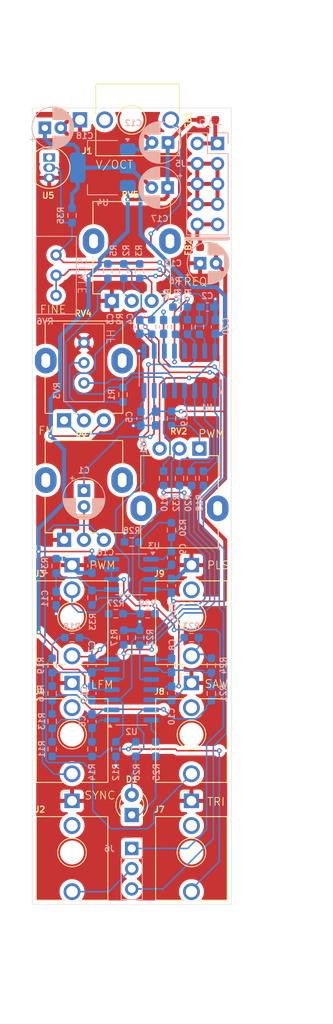
<source format=kicad_pcb>
(kicad_pcb (version 20240108) (generator "pcbnew") (generator_version "8.0")
  (layers (0 "F.Cu" signal) (31 "B.Cu" signal) (34 "B.Paste" user) (35 "F.Paste" user) (36 "B.SilkS" user "B.Silkscreen") (37 "F.SilkS" user "F.Silkscreen") (38 "B.Mask" user) (39 "F.Mask" user) (44 "Edge.Cuts" user))
  (net 0 "")
  (net 1 "Net-(C1-Pad2)")
  (net 2 "Net-(C1-Pad1)")
  (net 3 "GND")
  (net 4 "Net-(C2-Pad1)")
  (net 5 "Net-(U1-HARD_SYNC)")
  (net 6 "Net-(J6-Pin_1)")
  (net 7 "Net-(J6-Pin_3)")
  (net 8 "Net-(U1-SOFT_SYNC)")
  (net 9 "Net-(U1-TCAP)")
  (net 10 "Net-(U2A--)")
  (net 11 "Net-(C6-Pad2)")
  (net 12 "Net-(U2B--)")
  (net 13 "Net-(C7-Pad2)")
  (net 14 "Net-(C8-Pad2)")
  (net 15 "Net-(U2C--)")
  (net 16 "Net-(U3A--)")
  (net 17 "Net-(C9-Pad2)")
  (net 18 "-12V")
  (net 19 "Net-(U3B-+)")
  (net 20 "+12V")
  (net 21 "+5V")
  (net 22 "Net-(D1-AK)")
  (net 23 "Net-(D1-KA)")
  (net 24 "Net-(J5-Pin_1)")
  (net 25 "Net-(J5-Pin_10)")
  (net 26 "Net-(J1-PadT)")
  (net 28 "Net-(J6-Pin_2)")
  (net 30 "Net-(J3-PadTN)")
  (net 31 "Net-(J3-PadT)")
  (net 32 "Net-(J4-PadT)")
  (net 35 "Net-(J7-PadT)")
  (net 37 "Net-(J8-PadT)")
  (net 38 "Net-(J9-PadT)")
  (net 40 "Net-(R1-Pad2)")
  (net 41 "Net-(U1-EXPO_FREQ)")
  (net 42 "Net-(R2-Pad1)")
  (net 43 "Net-(U1-EXPO_SCALE)")
  (net 44 "Net-(R4-Pad1)")
  (net 45 "Net-(R5-Pad1)")
  (net 46 "Net-(U1-LIN_FREQ)")
  (net 47 "+2V5")
  (net 48 "Net-(U1-BW_COMP)")
  (net 49 "Net-(U1-TRI_OUT)")
  (net 50 "Net-(U2A-+)")
  (net 51 "+1V25")
  (net 52 "Net-(U1-SAW_OUT)")
  (net 53 "Net-(U2B-+)")
  (net 54 "Net-(U2C-+)")
  (net 55 "Net-(U1-PULSE_OUT)")
  (net 56 "Net-(R25-Pad2)")
  (net 57 "Net-(U3A-+)")
  (net 58 "Net-(R31-Pad2)")
  (net 59 "Net-(U1-PWM_CTRL)")
  (net 60 "Net-(U1-HF_TRACK)")
  (footprint "Potentiometer_THT:Potentiometer_Alpha_RD901F-40-00D_Single_Vertical" (layer "F.Cu") (at 54 89.225 90)
    (property "Reference" "RV4")
    (property "Value" "100K")
  )
  (footprint "Resistor_SMD:R_0603_1608Metric_Pad0.98x0.95mm_HandSolder" (layer "F.Cu") (at 72 67.5 180)
    (property "Reference" "FB2")
    (property "Value" "FerriteBead_Small")
  )
  (footprint "Connector_Audio:Jack_3.5mm_QingPu_WQP-PJ398SM_Vertical_CircularHoles" (layer "F.Cu") (at 55 122.2)
    (property "Reference" "J4")
    (property "Value" "AudioJack2_SwitchT")
  )
  (footprint "Potentiometer_THT:Potentiometer_Alpha_RD901F-40-00D_Single_Vertical" (layer "F.Cu") (at 71 92.775 -90)
    (property "Reference" "RV2")
    (property "Value" "100K")
  )
  (footprint "Connector_Audio:Jack_3.5mm_QingPu_WQP-PJ398SM_Vertical_CircularHoles" (layer "F.Cu") (at 55 137)
    (property "Reference" "J2")
    (property "Value" "AudioJack2_SwitchT")
  )
  (footprint "Potentiometer_THT:Potentiometer_Alpha_RD901F-40-00D_Single_Vertical" (layer "F.Cu") (at 54 104.225 90)
    (property "Reference" "RV7")
    (property "Value" "10K")
  )
  (footprint "Connector_Audio:Jack_3.5mm_QingPu_WQP-PJ398SM_Vertical_CircularHoles" (layer "F.Cu") (at 55 107.4)
    (property "Reference" "J3")
    (property "Value" "AudioJack2_SwitchT")
  )
  (footprint "Connector_Audio:Jack_3.5mm_QingPu_WQP-PJ398SM_Vertical_CircularHoles" (layer "F.Cu") (at 70 137)
    (property "Reference" "J7")
    (property "Value" "AudioJack2_SwitchT")
  )
  (footprint "Connector_Audio:Jack_3.5mm_QingPu_WQP-PJ398SM_Vertical_CircularHoles" (layer "F.Cu") (at 70 122.2)
    (property "Reference" "J8")
    (property "Value" "AudioJack2_SwitchT")
  )
  (footprint "Connector_Audio:Jack_3.5mm_QingPu_WQP-PJ398SM_Vertical_CircularHoles" (layer "F.Cu") (at 70 107.4)
    (property "Reference" "J9")
    (property "Value" "AudioJack2_SwitchT")
  )
  (footprint "LED_THT:LED_D3.0mm" (layer "F.Cu") (at 62.5 138.775 90)
    (property "Reference" "D1")
    (property "Value" "Red/Green")
  )
  (footprint "Package_TO_SOT_THT:TO-92_Inline" (layer "F.Cu") (at 52.14 56.23 -90)
    (property "Reference" "U5")
    (property "Value" "LM4040LP-2.5")
  )
  (footprint "Connector_Audio:Jack_3.5mm_QingPu_WQP-PJ398SM_Vertical_CircularHoles" (layer "F.Cu") (at 56 51.5 90)
    (property "Reference" "J1")
    (property "Value" "AudioJack2_SwitchT")
  )
  (footprint "Resistor_SMD:R_0603_1608Metric_Pad0.98x0.95mm_HandSolder" (layer "F.Cu") (at 72.0875 51.5)
    (property "Reference" "FB1")
    (property "Value" "FerriteBead_Small")
  )
  (footprint "Potentiometer_THT:Potentiometer_Alpha_RD901F-40-00D_Single_Vertical" (layer "F.Cu") (at 60 74.225 90)
    (property "Reference" "RV5")
    (property "Value" "10K")
  )
  (footprint "Resistor_SMD:R_0603_1608Metric_Pad0.98x0.95mm_HandSolder" (layer "B.Cu") (at 60.5 113.5 180)
    (property "Reference" "R27")
    (property "Value" "120K")
  )
  (footprint "Resistor_SMD:R_0603_1608Metric_Pad0.98x0.95mm_HandSolder" (layer "B.Cu") (at 52.5 127 90)
    (property "Reference" "R13")
    (property "Value" "30K")
  )
  (footprint "Potentiometer_THT:Potentiometer_Bourns_3296W_Vertical" (layer "B.Cu") (at 56.5 79.46 90)
    (property "Reference" "RV3")
    (property "Value" "5K")
  )
  (footprint "Resistor_SMD:R_0603_1608Metric_Pad0.98x0.95mm_HandSolder" (layer "B.Cu") (at 71 77.5 -90)
    (property "Reference" "R8")
    (property "Value" "267")
  )
  (footprint "Capacitor_SMD:C_0603_1608Metric_Pad1.08x0.95mm_HandSolder" (layer "B.Cu") (at 73 77.5 -90)
    (property "Reference" "C20")
    (property "Value" "0.1uF")
  )
  (footprint "Resistor_SMD:R_0603_1608Metric_Pad0.98x0.95mm_HandSolder" (layer "B.Cu") (at 57.5 130.5 90)
    (property "Reference" "R14")
    (property "Value" "1K")
  )
  (footprint "Resistor_SMD:R_0603_1608Metric_Pad0.98x0.95mm_HandSolder" (layer "B.Cu") (at 62.5 104.5 180)
    (property "Reference" "R28")
    (property "Value" "120K")
  )
  (footprint "Resistor_SMD:R_0603_1608Metric_Pad0.98x0.95mm_HandSolder" (layer "B.Cu") (at 72.5 123.5 -90)
    (property "Reference" "R21")
    (property "Value" "30K")
  )
  (footprint "Resistor_SMD:R_0603_1608Metric_Pad0.98x0.95mm_HandSolder" (layer "B.Cu") (at 61.5 116.5 -90)
    (property "Reference" "R17")
    (property "Value" "120K")
  )
  (footprint "Resistor_SMD:R_0603_1608Metric_Pad0.98x0.95mm_HandSolder" (layer "B.Cu") (at 52.5 120 -90)
    (property "Reference" "R19")
    (property "Value" "120K")
  )
  (footprint "Resistor_SMD:R_0603_1608Metric_Pad0.98x0.95mm_HandSolder" (layer "B.Cu") (at 71.5 96.5 90)
    (property "Reference" "R15")
    (property "Value" "30K")
  )
  (footprint "Capacitor_SMD:C_0603_1608Metric_Pad1.08x0.95mm_HandSolder" (layer "B.Cu") (at 67.5 106.5 90)
    (property "Reference" "C9")
    (property "Value" "22pF")
  )
  (footprint "Capacitor_SMD:C_0603_1608Metric_Pad1.08x0.95mm_HandSolder" (layer "B.Cu") (at 72 75)
    (property "Reference" "C2")
    (property "Value" "0.01uF")
  )
  (footprint "Resistor_SMD:R_0603_1608Metric_Pad0.98x0.95mm_HandSolder" (layer "B.Cu") (at 55 63.5 -90)
    (property "Reference" "R35")
    (property "Value" "10K")
  )
  (footprint "Potentiometer_THT:Potentiometer_Bourns_3296W_Vertical" (layer "B.Cu") (at 53 73.55 -90)
    (property "Reference" "RV6")
    (property "Value" "5K")
  )
  (footprint "Resistor_SMD:R_0603_1608Metric_Pad0.98x0.95mm_HandSolder" (layer "B.Cu") (at 60.5 130.5 90)
    (property "Reference" "R12")
    (property "Value" "120K")
  )
  (footprint "Resistor_SMD:R_0603_1608Metric_Pad0.98x0.95mm_HandSolder" (layer "B.Cu") (at 63 130.5 90)
    (property "Reference" "R26")
    (property "Value" "1K")
  )
  (footprint "Capacitor_SMD:C_0603_1608Metric_Pad1.08x0.95mm_HandSolder" (layer "B.Cu") (at 67.5 110 90)
    (property "Reference" "C14")
    (property "Value" "0.1uF")
  )
  (footprint "Resistor_SMD:R_0603_1608Metric_Pad0.98x0.95mm_HandSolder" (layer "B.Cu") (at 59.5 70.5 90)
    (property "Reference" "R5")
    (property "Value" "1M")
  )
  (footprint "Resistor_SMD:R_0603_1608Metric_Pad0.98x0.95mm_HandSolder" (layer "B.Cu") (at 68.5 96.5 -90)
    (property "Reference" "R32")
    (property "Value" "120K")
  )
  (footprint "Capacitor_THT:CP_Radial_D5.0mm_P2.00mm" (layer "B.Cu") (at 56.5 98.044888 -90)
    (property "Reference" "C1")
    (property "Value" "1uF")
  )
  (footprint "Resistor_SMD:R_0603_1608Metric_Pad0.98x0.95mm_HandSolder" (layer "B.Cu") (at 63.5 116.5 -90)
    (property "Reference" "R22")
    (property "Value" "120K")
  )
  (footprint "Resistor_SMD:R_0603_1608Metric_Pad0.98x0.95mm_HandSolder" (layer "B.Cu") (at 65.5 130.5 90)
    (property "Reference" "R25")
    (property "Value" "1K")
  )
  (footprint "Connector_PinHeader_2.54mm:PinHeader_1x03_P2.54mm_Vertical" (layer "B.Cu") (at 62.5 142.975 180)
    (property "Reference" "J6")
    (property "Value" "Conn_01x03_Pin")
  )
  (footprint "Resistor_SMD:R_0603_1608Metric_Pad0.98x0.95mm_HandSolder" (layer "B.Cu") (at 53 107.5 90)
    (property "Reference" "R34")
    (property "Value" "30K")
  )
  (footprint "Resistor_SMD:R_0603_1608Metric_Pad0.98x0.95mm_HandSolder" (layer "B.Cu") (at 63.5 70.5 90)
    (property "Reference" "R3")
    (property "Value" "100K")
  )
  (footprint "Resistor_SMD:R_0603_1608Metric_Pad0.98x0.95mm_HandSolder" (layer "B.Cu") (at 70 116.5 180)
    (property "Reference" "R23")
    (property "Value" "1K")
  )
  (footprint "Resistor_SMD:R_0603_1608Metric_Pad0.98x0.95mm_HandSolder" (layer "B.Cu") (at 52.5 123.5 -90)
    (property "Reference" "R16")
    (property "Value" "30K")
  )
  (footprint "Resistor_SMD:R_0603_1608Metric_Pad0.98x0.95mm_HandSolder" (layer "B.Cu") (at 61.4 86 -90)
    (property "Reference" "R1")
    (property "Value" "267K")
  )
  (footprint "Capacitor_SMD:C_0603_1608Metric_Pad1.08x0.95mm_HandSolder" (layer "B.Cu") (at 63.6375 89 -90)
    (property "Reference" "C5")
    (property "Value" "3900pF")
  )
  (footprint "Resistor_SMD:R_0603_1608Metric_Pad0.98x0.95mm_HandSolder" (layer "B.Cu") (at 72.5 120 -90)
    (property "Reference" "R24")
    (property "Value" "120K")
  )
  (footprint "Resistor_SMD:R_0603_1608Metric_Pad0.98x0.95mm_HandSolder" (layer "B.Cu") (at 68 77.5 -90)
    (property "Reference" "R4")
    (property "Value" "49.9K")
  )
  (footprint "Capacitor_THT:CP_Radial_D5.0mm_P2.00mm" (layer "B.Cu") (at 67.055113 54.344887 180)
    (property "Reference" "C12")
    (property "Value" "10uF")
  )
  (footprint "Capacitor_THT:CP_Radial_D5.0mm_P2.00mm" (layer "B.Cu") (at 51.589775 52.5)
    (property "Reference" "C18")
    (property "Value" "10uF")
  )
  (footprint "Resistor_SMD:R_0603_1608Metric_Pad0.98x0.95mm_HandSolder" (layer "B.Cu") (at 61.5 70.5 90)
    (property "Reference" "R2")
    (property "Value" "100K")
  )
  (footprint "Package_TO_SOT_SMD:SOT-223-3_TabPin2" (layer "B.Cu") (at 58.85 57.5 180)
    (property "Reference" "U4")
    (property "Value" "NCP1117-5.0_SOT223")
  )
  (footprint "Capacitor_SMD:C_0603_1608Metric_Pad1.08x0.95mm_HandSolder" (layer "B.Cu") (at 63.5 77.5 -90)
    (property "Reference" "C3")
    (property "Value" "0.01uF")
  )
  (footprint "Resistor_SMD:R_0603_1608Metric_Pad0.98x0.95mm_HandSolder" (layer "B.Cu") (at 70 96.5 90)
    (property "Reference" "R20")
    (property "Value" "30K")
  )
  (footprint "Resistor_SMD:R_0603_1608Metric_Pad0.98x0.95mm_HandSolder" (layer "B.Cu") (at 64.5 113.5)
    (property "Reference" "R29")
    (property "Value" "30K")
  )
  (footprint "Capacitor_SMD:C_0603_1608Metric_Pad1.08x0.95mm_HandSolder" (layer "B.Cu") (at 67.5 120 90)
    (property "Reference" "C8")
    (property "Value" "22pF")
  )
  (footprint "Resistor_SMD:R_0603_1608Metric_Pad0.98x0.95mm_HandSolder" (layer "B.Cu") (at 69.5 77.5 90)
    (property "Reference" "R7")
    (property "Value" "499K")
  )
  (footprint "Capacitor_SMD:C_0603_1608Metric_Pad1.08x0.95mm_HandSolder" (layer "B.Cu") (at 57.5 120 90)
    (property "Reference" "C7")
    (property "Value" "22pF")
  )
  (footprint "Capacitor_SMD:C_0603_1608Metric_Pad1.08x0.95mm_HandSolder" (layer "B.Cu") (at 57.5 123.5 90)
    (property "Reference" "C15")
    (property "Value" "0.1uF")
  )
  (footprint "Resistor_SMD:R_0603_1608Metric_Pad0.98x0.95mm_HandSolder" (layer "B.Cu") (at 66.5 96.5 90)
    (property "Reference" "R10")
    (property "Value" "30K")
  )
  (footprint "Resistor_SMD:R_0603_1608Metric_Pad0.98x0.95mm_HandSolder" (layer "B.Cu") (at 67.5 89 -90)
    (property "Reference" "R31")
    (property "Value" "49.9K")
  )
  (footprint "Capacitor_THT:CP_Radial_D5.0mm_P2.00mm" (layer "B.Cu") (at 71.089775 69.499999)
    (property "Reference" "C13")
    (property "Value" "10uF")
  )
  (footprint "Resistor_SMD:R_0603_1608Metric_Pad0.98x0.95mm_HandSolder" (layer "B.Cu") (at 67.5 103 90)
    (property "Reference" "R30")
    (property "Value" "30K")
  )
  (footprint "Resistor_SMD:R_0603_1608Metric_Pad0.98x0.95mm_HandSolder" (layer "B.Cu") (at 52.5 130.5 90)
    (property "Reference" "R11")
    (property "Value" "120K")
  )
  (footprint "Resistor_SMD:R_0603_1608Metric_Pad0.98x0.95mm_HandSolder" (layer "B.Cu") (at 57.5 111.5 90)
    (property "Reference" "R33")
    (property "Value" "30K")
  )
  (footprint "Package_SO:SOIC-8_3.9x4.9mm_P1.27mm" (layer "B.Cu") (at 62.435 108.565 180)
    (property "Reference" "U3")
    (property "Value" "TL072")
  )
  (footprint "Resistor_SMD:R_0603_1608Metric_Pad0.98x0.95mm_HandSolder" (layer "B.Cu") (at 68.5875 75)
    (property "Reference" "R6")
    (property "Value" "499K")
  )
  (footprint "Package_SO:SOIC-16_3.9x9.9mm_P1.27mm" (layer "B.Cu") (at 68.5 83 90)
    (property "Reference" "U1")
    (property "Value" "~")
  )
  (footprint "Resistor_SMD:R_0603_1608Metric_Pad0.98x0.95mm_HandSolder" (layer "B.Cu") (at 55 116.5)
    (property "Reference" "R18")
    (property "Value" "1K")
  )
  (footprint "Capacitor_SMD:C_0603_1608Metric_Pad1.08x0.95mm_HandSolder" (layer "B.Cu") (at 57.5 127 -90)
    (property "Reference" "C6")
    (property "Value" "22pF")
  )
  (footprint "Capacitor_SMD:C_0603_1608Metric_Pad1.08x0.95mm_HandSolder" (layer "B.Cu") (at 65.5 89 90)
    (property "Reference" "C19")
    (property "Value" "0.1uF")
  )
  (footprint "Resistor_SMD:R_0603_1608Metric_Pad0.98x0.95mm_HandSolder" (layer "B.Cu") (at 65 77.5 -90)
    (property "Reference" "R9")
    (property "Value" "10K")
  )
  (footprint "Package_SO:SOIC-14_3.9x8.7mm_P1.27mm" (layer "B.Cu") (at 62.475 123.04)
    (property "Reference" "U2")
    (property "Value" "TL074")
  )
  (footprint "Capacitor_SMD:C_0603_1608Metric_Pad1.08x0.95mm_HandSolder" (layer "B.Cu") (at 66.5 77.5 -90)
    (property "Reference" "C4")
    (property "Value" "0.01uF")
  )
  (footprint "Connector_PinHeader_2.54mm:PinHeader_2x05_P2.54mm_Vertical" (layer "B.Cu") (at 73.275 54.46 180)
    (property "Reference" "J5")
    (property "Value" "Conn_02x05_Odd_Even")
  )
  (footprint "Capacitor_SMD:C_0603_1608Metric_Pad1.08x0.95mm_HandSolder" (layer "B.Cu") (at 53 111.6 90)
    (property "Reference" "C11")
    (property "Value" "0.1uF")
  )
  (footprint "Capacitor_THT:CP_Radial_D5.0mm_P2.00mm" (layer "B.Cu") (at 67.010225 59.999999 180)
    (property "Reference" "C17")
    (property "Value" "10uF")
  )
  (footprint "Capacitor_SMD:C_0603_1608Metric_Pad1.08x0.95mm_HandSolder" (layer "B.Cu") (at 57.5 107.5 90)
    (property "Reference" "C16")
    (property "Value" "0.1uF")
  )
  (footprint "Capacitor_SMD:C_0603_1608Metric_Pad1.08x0.95mm_HandSolder" (layer "B.Cu") (at 67.5 123.5 -90)
    (property "Reference" "C10")
    (property "Value" "0.1uF")
  )
  (gr_line (start 74.6 66.4) (end 69.4 66.4) (stroke (width 0.5)) (layer "B.SilkS"))
  (gr_rect (start 50 50) (end 75 150) (stroke (width 0.05)) (fill none) (layer "Edge.Cuts"))
  (gr_text "SCALE\n" (at 56.9 68.8 90) (layer "B.SilkS") (effects (font (size 1 1) (thickness 0.1)) (justify left bottom mirror)))
  (gr_text "HF" (at 60.5 77.7 90) (layer "B.SilkS") (effects (font (size 1 1) (thickness 0.1)) (justify left bottom mirror)))
  (gr_text "+12\n" (at 74.1 52.6 0) (layer "B.SilkS") (effects (font (size 1 1) (thickness 0.1)) (justify left bottom mirror)))
  (gr_text "TRI\n" (at 71.9 137.7 0) (layer "F.SilkS") (effects (font (size 1 1) (thickness 0.1)) (justify left bottom)))
  (gr_text "FINE\n" (at 50.9 75.9 0) (layer "F.SilkS") (effects (font (size 1 1) (thickness 0.1)) (justify left bottom)))
  (gr_text "PLS" (at 71.9 108 0) (layer "F.SilkS") (effects (font (size 1 1) (thickness 0.1)) (justify left bottom)))
  (gr_text "PWM" (at 57.1 108 0) (layer "F.SilkS") (effects (font (size 1 1) (thickness 0.1)) (justify left bottom)))
  (gr_text "SYNC\n" (at 56.5 136.9 0) (layer "F.SilkS") (effects (font (size 1 1) (thickness 0.1)) (justify left bottom)))
  (gr_text "LFM" (at 57.3 123 0) (layer "F.SilkS") (effects (font (size 1 1) (thickness 0.1)) (justify left bottom)))
  (gr_text "FREQ" (at 68.1 72.4 0) (layer "F.SilkS") (effects (font (size 1 1) (thickness 0.1)) (justify left bottom)))
  (gr_text "PWM" (at 70.8 91.5 0) (layer "F.SilkS") (effects (font (size 1 1) (thickness 0.1)) (justify left bottom)))
  (gr_text "FM" (at 50.7 91.1 0) (layer "F.SilkS") (effects (font (size 1 1) (thickness 0.1)) (justify left bottom)))
  (gr_text "V/OCT" (at 57.9 57.7 0) (layer "F.SilkS") (effects (font (size 1 1) (thickness 0.1)) (justify left bottom)))
  (gr_text "SAW" (at 71.6 122.9 0) (layer "F.SilkS") (effects (font (size 1 1) (thickness 0.1)) (justify left bottom)))
  (segment (start 56.5 104.225) (end 56.5 100.044888) (width 0.2) (layer "F.Cu") (net 1))
  (segment (start 64.9 91.3) (end 64.8 91.3) (width 0.2) (layer "F.Cu") (net 2))
  (segment (start 68.1 74) (end 67.1 74) (width 0.2) (layer "F.Cu") (net 2))
  (segment (start 63.3 77.7) (end 65.3 79.7) (width 0.2) (layer "F.Cu") (net 2))
  (segment (start 65.3 79.7) (end 65.3 90.9) (width 0.2) (layer "F.Cu") (net 2))
  (segment (start 64.8 76.3) (end 63.8 76.3) (width 0.2) (layer "F.Cu") (net 2))
  (segment (start 67.1 74) (end 64.8 76.3) (width 0.2) (layer "F.Cu") (net 2))
  (segment (start 63.8 76.3) (end 63.3 76.8) (width 0.2) (layer "F.Cu") (net 2))
  (segment (start 63.3 76.8) (end 63.3 77.7) (width 0.2) (layer "F.Cu") (net 2))
  (segment (start 65.3 90.9) (end 64.9 91.3) (width 0.2) (layer "F.Cu") (net 2))
  (via (at 68.1 74) (size 0.6) (drill 0.3) (layers "F.Cu" "B.Cu") (net 2))
  (via (at 64.8 91.3) (size 0.6) (drill 0.3) (layers "F.Cu" "B.Cu") (net 2))
  (segment (start 56.5 95.7) (end 60.9 91.3) (width 0.2) (layer "B.Cu") (net 2))
  (segment (start 67.675 74.425) (end 68.1 74) (width 0.2) (layer "B.Cu") (net 2))
  (segment (start 60.9 91.3) (end 64.8 91.3) (width 0.2) (layer "B.Cu") (net 2))
  (segment (start 67.675 75) (end 67.675 74.425) (width 0.2) (layer "B.Cu") (net 2))
  (segment (start 56.5 98.044888) (end 56.5 95.7) (width 0.2) (layer "B.Cu") (net 2))
  (segment (start 55.9 51.6) (end 56 51.5) (width 0.5) (layer "F.Cu") (net 3))
  (segment (start 53.589775 52.5) (end 54.489775 51.6) (width 0.5) (layer "F.Cu") (net 3))
  (segment (start 54.489775 51.6) (end 55.9 51.6) (width 0.5) (layer "F.Cu") (net 3))
  (via (at 61.6 103.4) (size 0.6) (drill 0.3) (layers "F.Cu" "B.Cu") (net 3))
  (via (at 63.4 80.5) (size 0.6) (drill 0.3) (layers "F.Cu" "B.Cu") (net 3))
  (via (at 53 113.5) (size 0.6) (drill 0.3) (layers "F.Cu" "B.Cu") (net 3))
  (via (at 66.6 73.1) (size 0.6) (drill 0.3) (layers "F.Cu" "B.Cu") (net 3))
  (via (at 62.7 89.9) (size 0.6) (drill 0.3) (layers "F.Cu" "B.Cu") (net 3))
  (via (at 60.5 132.6) (size 0.6) (drill 0.3) (layers "F.Cu" "B.Cu") (net 3))
  (via (at 63.5 114.5) (size 0.6) (drill 0.3) (layers "F.Cu" "B.Cu") (net 3))
  (via (at 73 74) (size 0.6) (drill 0.3) (layers "F.Cu" "B.Cu") (net 3))
  (segment (start 55.7625 108.3625) (end 55 107.6) (width 0.5) (layer "B.Cu") (net 3))
  (segment (start 63.425 80.525) (end 63.4 80.5) (width 0.2) (layer "B.Cu") (net 3))
  (segment (start 64.2 55.2) (end 62 55.2) (width 0.5) (layer "B.Cu") (net 3))
  (segment (start 53 112.4625) (end 53 113.5) (width 0.2) (layer "B.Cu") (net 3))
  (segment (start 61.5875 104.5) (end 61.5875 103.4125) (width 0.2) (layer "B.Cu") (net 3))
  (segment (start 52.95 106.6375) (end 53 106.5875) (width 0.5) (layer "B.Cu") (net 3))
  (segment (start 65 76.5875) (end 65 76.1) (width 0.2) (layer "B.Cu") (net 3))
  (segment (start 73 74) (end 73 74.8625) (width 0.5) (layer "B.Cu") (net 3))
  (segment (start 66.6 74.5) (end 66.6 73.1) (width 0.2) (layer "B.Cu") (net 3))
  (segment (start 57.5 108.3625) (end 55.7625 108.3625) (width 0.5) (layer "B.Cu") (net 3))
  (segment (start 57.5 124.3625) (end 57.1125 124.3625) (width 0.2) (layer "B.Cu") (net 3))
  (segment (start 65.5 89.8625) (end 62.7375 89.8625) (width 0.2) (layer "B.Cu") (net 3))
  (segment (start 63.6375 89.8625) (end 62.7375 89.8625) (width 0.2) (layer "B.Cu") (net 3))
  (segment (start 57.1125 124.3625) (end 55 122.25) (width 0.2) (layer "B.Cu") (net 3))
  (segment (start 68.0825 109.1375) (end 70 107.22) (width 0.5) (layer "B.Cu") (net 3))
  (segment (start 73 76.6375) (end 73 75.1375) (width 0.5) (layer "B.Cu") (net 3))
  (segment (start 73 74.8625) (end 72.8625 75) (width 0.5) (layer "B.Cu") (net 3))
  (segment (start 67.5 124.3625) (end 67.6075 124.3625) (width 0.2) (layer "B.Cu") (net 3))
  (segment (start 63.5 115.5875) (end 63.5 114.5) (width 0.5) (layer "B.Cu") (net 3))
  (segment (start 73 75.1375) (end 72.8625 75) (width 0.5) (layer "B.Cu") (net 3))
  (segment (start 67.6075 124.3625) (end 70 121.97) (width 0.2) (layer "B.Cu") (net 3))
  (segment (start 65.055113 54.344887) (end 64.2 55.2) (width 0.5) (layer "B.Cu") (net 3))
  (segment (start 62.7375 89.8625) (end 62.7 89.9) (width 0.2) (layer "B.Cu") (net 3))
  (segment (start 61.5875 103.4125) (end 61.6 103.4) (width 0.2) (layer "B.Cu") (net 3))
  (segment (start 65 76.1) (end 66 75.1) (width 0.2) (layer "B.Cu") (net 3))
  (segment (start 67.5 109.1375) (end 68.0825 109.1375) (width 0.5) (layer "B.Cu") (net 3))
  (segment (start 53 106.5875) (end 53.9875 106.5875) (width 0.5) (layer "B.Cu") (net 3))
  (segment (start 64.95 124.31) (end 67.4475 124.31) (width 0.2) (layer "B.Cu") (net 3))
  (segment (start 67.4475 124.31) (end 67.5 124.3625) (width 0.2) (layer "B.Cu") (net 3))
  (segment (start 64.055 80.525) (end 63.425 80.525) (width 0.2) (layer "B.Cu") (net 3))
  (segment (start 63.5 115.5875) (end 61.5 115.5875) (width 0.5) (layer "B.Cu") (net 3))
  (segment (start 53.9875 106.5875) (end 55 107.6) (width 0.5) (layer "B.Cu") (net 3))
  (segment (start 60.5 131.4125) (end 60.5 132.6) (width 0.2) (layer "B.Cu") (net 3))
  (segment (start 66 75.1) (end 66.6 74.5) (width 0.2) (layer "B.Cu") (net 3))
  (segment (start 71 76.5875) (end 71 75.1375) (width 0.2) (layer "B.Cu") (net 4))
  (segment (start 71 75.1375) (end 71.1375 75) (width 0.2) (layer "B.Cu") (net 4))
  (segment (start 65.325 79.525) (end 65 79.2) (width 0.2) (layer "B.Cu") (net 5))
  (segment (start 65 78.4125) (end 63.55 78.4125) (width 0.2) (layer "B.Cu") (net 5))
  (segment (start 65.325 80.525) (end 65.325 79.525) (width 0.2) (layer "B.Cu") (net 5))
  (segment (start 65 79.2) (end 65 78.4125) (width 0.2) (layer "B.Cu") (net 5))
  (segment (start 63.55 78.4125) (end 63.5 78.3625) (width 0.2) (layer "B.Cu") (net 5))
  (segment (start 64.207295 77.4902) (end 64.207295 77.507295) (width 0.2) (layer "F.Cu") (net 6))
  (segment (start 67.2 83.2) (end 72.3 83.2) (width 0.2) (layer "F.Cu") (net 6))
  (segment (start 65.9 79.2) (end 65.9 81.9) (width 0.2) (layer "F.Cu") (net 6))
  (segment (start 65.9 81.9) (end 67.2 83.2) (width 0.2) (layer "F.Cu") (net 6))
  (segment (start 64.207295 77.507295) (end 65.9 79.2) (width 0.2) (layer "F.Cu") (net 6))
  (via (at 64.207295 77.4902) (size 0.6) (drill 0.3) (layers "F.Cu" "B.Cu") (net 6))
  (via (at 72.3 83.2) (size 0.6) (drill 0.3) (layers "F.Cu" "B.Cu") (net 6))
  (segment (start 69.525 142.975) (end 62.5 142.975) (width 0.2) (layer "B.Cu") (net 6))
  (segment (start 71.9 129.85) (end 71.9 140.6) (width 0.2) (layer "B.Cu") (net 6))
  (segment (start 70.9 103) (end 73.5 105.6) (width 0.2) (layer "B.Cu") (net 6))
  (segment (start 73.5 112.8) (end 74 113.3) (width 0.2) (layer "B.Cu") (net 6))
  (segment (start 72.3 83.2) (end 72.7 83.2) (width 0.2) (layer "B.Cu") (net 6))
  (segment (start 70.9 99.265686) (end 70.9 103) (width 0.2) (layer "B.Cu") (net 6))
  (segment (start 72.7 83.2) (end 73.7 84.2) (width 0.2) (layer "B.Cu") (net 6))
  (segment (start 74 127.75) (end 71.9 129.85) (width 0.2) (layer "B.Cu") (net 6))
  (segment (start 64.207295 77.4902) (end 64.207295 77.344795) (width 0.2) (layer "B.Cu") (net 6))
  (segment (start 71.9 140.6) (end 69.525 142.975) (width 0.2) (layer "B.Cu") (net 6))
  (segment (start 64.207295 77.344795) (end 63.5 76.6375) (width 0.2) (layer "B.Cu") (net 6))
  (segment (start 73.7 84.2) (end 73.7 96.465686) (width 0.2) (layer "B.Cu") (net 6))
  (segment (start 73.7 96.465686) (end 70.9 99.265686) (width 0.2) (layer "B.Cu") (net 6))
  (segment (start 73.5 105.6) (end 73.5 112.8) (width 0.2) (layer "B.Cu") (net 6))
  (segment (start 74 113.3) (end 74 127.75) (width 0.2) (layer "B.Cu") (net 6))
  (segment (start 66.5 81.55) (end 67.45 82.5) (width 0.2) (layer "F.Cu") (net 7))
  (segment (start 67.45 82.5) (end 72.9 82.5) (width 0.2) (layer "F.Cu") (net 7))
  (segment (start 66.5 75.6) (end 66.5 81.55) (width 0.2) (layer "F.Cu") (net 7))
  (via (at 72.9 82.5) (size 0.6) (drill 0.3) (layers "F.Cu" "B.Cu") (net 7))
  (via (at 66.5 75.6) (size 0.6) (drill 0.3) (layers "F.Cu" "B.Cu") (net 7))
  (segment (start 72.75 130.15) (end 74.4 128.5) (width 0.2) (layer "B.Cu") (net 7))
  (segment (start 74.4 84) (end 72.9 82.5) (width 0.2) (layer "B.Cu") (net 7))
  (segment (start 66.445 148.055) (end 72.75 141.75) (width 0.2) (layer "B.Cu") (net 7))
  (segment (start 71.5 102.8) (end 71.5 99.231372) (width 0.2) (layer "B.Cu") (net 7))
  (segment (start 66.5 76.6375) (end 66.5 75.6) (width 0.2) (layer "B.Cu") (net 7))
  (segment (start 74.1 112.6) (end 74.1 105.4) (width 0.2) (layer "B.Cu") (net 7))
  (segment (start 71.5 99.231372) (end 74.4 96.331372) (width 0.2) (layer "B.Cu") (net 7))
  (segment (start 74.4 128.5) (end 74.4 112.9) (width 0.2) (layer "B.Cu") (net 7))
  (segment (start 74.4 112.9) (end 74.1 112.6) (width 0.2) (layer "B.Cu") (net 7))
  (segment (start 74.4 96.331372) (end 74.4 84) (width 0.2) (layer "B.Cu") (net 7))
  (segment (start 72.75 141.75) (end 72.75 130.15) (width 0.2) (layer "B.Cu") (net 7))
  (segment (start 62.5 148.055) (end 66.445 148.055) (width 0.2) (layer "B.Cu") (net 7))
  (segment (start 74.1 105.4) (end 71.5 102.8) (width 0.2) (layer "B.Cu") (net 7))
  (segment (start 66.595 78.434166) (end 66.666666 78.3625) (width 0.2) (layer "B.Cu") (net 8))
  (segment (start 66.595 80.525) (end 66.595 78.434166) (width 0.2) (layer "B.Cu") (net 8))
  (segment (start 64.055 86.745) (end 63.6375 87.1625) (width 0.2) (layer "B.Cu") (net 9))
  (segment (start 63.6375 87.1625) (end 63.6375 88.1375) (width 0.2) (layer "B.Cu") (net 9))
  (segment (start 64.055 85.475) (end 64.055 86.745) (width 0.2) (layer "B.Cu") (net 9))
  (segment (start 57.5 126.1375) (end 56.8625 126.1375) (width 0.2) (layer "B.Cu") (net 10))
  (segment (start 52.5 129.5875) (end 52.5 127.9125) (width 0.2) (layer "B.Cu") (net 10))
  (segment (start 58.82 125.58) (end 58.2625 126.1375) (width 0.2) (layer "B.Cu") (net 10))
  (segment (start 58.2625 126.1375) (end 57.5 126.1375) (width 0.2) (layer "B.Cu") (net 10))
  (segment (start 60 125.58) (end 58.82 125.58) (width 0.2) (layer "B.Cu") (net 10))
  (segment (start 56.2 126.8) (end 53.6125 126.8) (width 0.2) (layer "B.Cu") (net 10))
  (segment (start 53.6125 126.8) (end 52.5 127.9125) (width 0.2) (layer "B.Cu") (net 10))
  (segment (start 56.8625 126.1375) (end 56.2 126.8) (width 0.2) (layer "B.Cu") (net 10))
  (segment (start 60 126.85) (end 58.5125 126.85) (width 0.2) (layer "B.Cu") (net 11))
  (segment (start 57.5 127.8625) (end 57.5 129.5875) (width 0.2) (layer "B.Cu") (net 11))
  (segment (start 58.5125 126.85) (end 57.5 127.8625) (width 0.2) (layer "B.Cu") (net 11))
  (segment (start 57.8625 120.5) (end 57.5 120.8625) (width 0.2) (layer "B.Cu") (net 12))
  (segment (start 52.5 120.9125) (end 52.55 120.8625) (width 0.2) (layer "B.Cu") (net 12))
  (segment (start 52.55 120.8625) (end 57.5 120.8625) (width 0.2) (layer "B.Cu") (net 12))
  (segment (start 52.5 122.5875) (end 52.5 120.9125) (width 0.2) (layer "B.Cu") (net 12))
  (segment (start 60 120.5) (end 57.8625 120.5) (width 0.2) (layer "B.Cu") (net 12))
  (segment (start 56.6 116.5) (end 55.9125 116.5) (width 0.2) (layer "B.Cu") (net 13))
  (segment (start 57.5 119.1375) (end 57.5 117.1) (width 0.2) (layer "B.Cu") (net 13))
  (segment (start 57 116.6) (end 56.7 116.6) (width 0.2) (layer "B.Cu") (net 13))
  (segment (start 57.5 117.1) (end 57 116.6) (width 0.2) (layer "B.Cu") (net 13))
  (segment (start 60 119.23) (end 57.5925 119.23) (width 0.2) (layer "B.Cu") (net 13))
  (segment (start 57.5925 119.23) (end 57.5 119.1375) (width 0.2) (layer "B.Cu") (net 13))
  (segment (start 56.7 116.6) (end 56.6 116.5) (width 0.2) (layer "B.Cu") (net 13))
  (segment (start 69.0875 116.5) (end 69.0875 116.5125) (width 0.2) (layer "B.Cu") (net 14))
  (segment (start 67.5 118.1) (end 67.5 119.1375) (width 0.2) (layer "B.Cu") (net 14))
  (segment (start 69.0875 116.5125) (end 67.5 118.1) (width 0.2) (layer "B.Cu") (net 14))
  (segment (start 67.4075 119.23) (end 67.5 119.1375) (width 0.2) (layer "B.Cu") (net 14))
  (segment (start 64.95 119.23) (end 67.4075 119.23) (width 0.2) (layer "B.Cu") (net 14))
  (segment (start 66.4625 120.8625) (end 66.1 120.5) (width 0.2) (layer "B.Cu") (net 15))
  (segment (start 67.5 120.8625) (end 66.4625 120.8625) (width 0.2) (layer "B.Cu") (net 15))
  (segment (start 67.7625 120.6) (end 67.5 120.8625) (width 0.2) (layer "B.Cu") (net 15))
  (segment (start 72.5 120.9125) (end 71.7125 120.9125) (width 0.2) (layer "B.Cu") (net 15))
  (segment (start 71.7125 120.9125) (end 71.4 120.6) (width 0.2) (layer "B.Cu") (net 15))
  (segment (start 71.4 120.6) (end 67.7625 120.6) (width 0.2) (layer "B.Cu") (net 15))
  (segment (start 66.1 120.5) (end 64.95 120.5) (width 0.2) (layer "B.Cu") (net 15))
  (segment (start 72.5 122.5875) (end 72.5 120.9125) (width 0.2) (layer "B.Cu") (net 15))
  (segment (start 63.4125 104.5) (end 63.4125 107.6125) (width 0.2) (layer "B.Cu") (net 16))
  (segment (start 64.91 107.93) (end 66.9325 107.93) (width 0.2) (layer "B.Cu") (net 16))
  (segment (start 63.73 107.93) (end 64.91 107.93) (width 0.2) (layer "B.Cu") (net 16))
  (segment (start 63.4125 107.6125) (end 63.73 107.93) (width 0.2) (layer "B.Cu") (net 16))
  (segment (start 67.5 102.0875) (end 65.825 102.0875) (width 0.2) (layer "B.Cu") (net 16))
  (segment (start 66.9325 107.93) (end 67.5 107.3625) (width 0.2) (layer "B.Cu") (net 16))
  (segment (start 65.825 102.0875) (end 63.4125 104.5) (width 0.2) (layer "B.Cu") (net 16))
  (segment (start 66.4775 106.66) (end 67.5 105.6375) (width 0.2) (layer "B.Cu") (net 17))
  (segment (start 67.5 105.6375) (end 67.5 103.9125) (width 0.2) (layer "B.Cu") (net 17))
  (segment (start 68.5 102.9125) (end 68.5 97.4125) (width 0.2) (layer "B.Cu") (net 17))
  (segment (start 67.5 103.9125) (end 68.5 102.9125) (width 0.2) (layer "B.Cu") (net 17))
  (segment (start 64.91 106.66) (end 66.4775 106.66) (width 0.2) (layer "B.Cu") (net 17))
  (segment (start 68.4 116.6) (end 68.424265 116.575735) (width 0.2) (layer "F.Cu") (net 18))
  (segment (start 68.4 122.6) (end 68.4 116.6) (width 0.2) (layer "F.Cu") (net 18))
  (segment (start 74.25 72.9) (end 74.25 72.25) (width 0.5) (layer "F.Cu") (net 18))
  (segment (start 74.25 104.25) (end 71.49 101.49) (width 0.5) (layer "F.Cu") (net 18))
  (segment (start 74.051475 111.948525) (end 74.25 111.75) (width 0.2) (layer "F.Cu") (net 18))
  (segment (start 74.25 70.660224) (end 74.25 72.9) (width 0.5) (layer "F.Cu") (net 18))
  (segment (start 68.424265 114.394162) (end 67.748525 113.718422) (width 0.2) (layer "F.Cu") (net 18))
  (segment (start 67.748525 113.718422) (end 67.748525 111.948525) (width 0.2) (layer "F.Cu") (net 18))
  (segment (start 73.089775 69.499999) (end 74.25 70.660224) (width 0.5) (layer "F.Cu") (net 18))
  (segment (start 72.9125 67.5) (end 72.9125 68.2125) (width 0.5) (layer "F.Cu") (net 18))
  (segment (start 68.7 88.1) (end 74.25 88.1) (width 0.2) (layer "F.Cu") (net 18))
  (segment (start 74.25 111.75) (end 74.25 104.25) (width 0.5) (layer "F.Cu") (net 18))
  (segment (start 71.49 99.265273) (end 74.25 96.505273) (width 0.5) (layer "F.Cu") (net 18))
  (segment (start 73.089775 68.410225) (end 73.089775 69.499999) (width 0.5) (layer "F.Cu") (net 18))
  (segment (start 72.9125 68.2125) (end 73.1 68.4) (width 0.5) (layer "F.Cu") (net 18))
  (segment (start 71.49 101.49) (end 71.49 99.265273) (width 0.5) (layer "F.Cu") (net 18))
  (segment (start 73.1 68.4) (end 73.089775 68.410225) (width 0.5) (layer "F.Cu") (net 18))
  (segment (start 67.748525 111.948525) (end 67.8 112) (width 0.2) (layer "F.Cu") (net 18))
  (segment (start 74.25 96.505273) (end 74.25 88.1) (width 0.5) (layer "F.Cu") (net 18))
  (segment (start 67.748525 111.948525) (end 74.051475 111.948525) (width 0.2) (layer "F.Cu") (net 18))
  (segment (start 74.25 88.1) (end 74.25 72.9) (width 0.5) (layer "F.Cu") (net 18))
  (segment (start 68.424265 116.575735) (end 68.424265 114.394162) (width 0.2) (layer "F.Cu") (net 18))
  (via (at 67.748525 111.948525) (size 0.6) (drill 0.3) (layers "F.Cu" "B.Cu") (net 18))
  (via (at 68.4 122.6) (size 0.6) (drill 0.3) (layers "F.Cu" "B.Cu") (net 18))
  (via (at 68.7 88.1) (size 0.6) (drill 0.3) (layers "F.Cu" "B.Cu") (net 18))
  (segment (start 65.5 87.4) (end 65.3 87.2) (width 0.2) (layer "B.Cu") (net 18))
  (segment (start 67.5 88.0875) (end 65.55 88.0875) (width 0.2) (layer "B.Cu") (net 18))
  (segment (start 67.5 110.8625) (end 67.5 111.7) (width 0.2) (layer "B.Cu") (net 18))
  (segment (start 65.1625 88.1375) (end 64.3 89) (width 0.2) (layer "B.Cu") (net 18))
  (segment (start 67.5 88.0875) (end 68.6875 88.0875) (width 0.2) (layer "B.Cu") (net 18))
  (segment (start 64.3 89) (end 62.5 89) (width 0.2) (layer "B.Cu") (net 18))
  (segment (start 67.1075 110.47) (end 67.5 110.8625) (width 0.2) (layer "B.Cu") (net 18))
  (segment (start 55.675 90.9) (end 59.9 90.9) (width 0.2) (layer "B.Cu") (net 18))
  (segment (start 67.5 111.7) (end 67.748525 111.948525) (width 0.2) (layer "B.Cu") (net 18))
  (segment (start 65.55 88.0875) (end 65.5 88.1375) (width 0.2) (layer "B.Cu") (net 18))
  (segment (start 65.325 87.175) (end 65.325 85.475) (width 0.2) (layer "B.Cu") (net 18))
  (segment (start 59.9 90.9) (end 61.8 89) (width 0.2) (layer "B.Cu") (net 18))
  (segment (start 66.8625 122.6375) (end 66.46 123.04) (width 0.2) (layer "B.Cu") (net 18))
  (segment (start 54 89.225) (end 55.675 90.9) (width 0.2) (layer "B.Cu") (net 18))
  (segment (start 65.5 88.1375) (end 65.1625 88.1375) (width 0.2) (layer "B.Cu") (net 18))
  (segment (start 68.6875 88.0875) (end 68.7 88.1) (width 0.2) (layer "B.Cu") (net 18))
  (segment (start 65.3 87.2) (end 65.325 87.175) (width 0.2) (layer "B.Cu") (net 18))
  (segment (start 67.5 122.6375) (end 68.3625 122.6375) (width 0.2) (layer "B.Cu") (net 18))
  (segment (start 68.3625 122.6375) (end 68.4 122.6) (width 0.2) (layer "B.Cu") (net 18))
  (segment (start 65.5 88.1375) (end 65.5 87.4) (width 0.2) (layer "B.Cu") (net 18))
  (segment (start 64.91 110.47) (end 67.1075 110.47) (width 0.2) (layer "B.Cu") (net 18))
  (segment (start 61.8 89) (end 62.5 89) (width 0.2) (layer "B.Cu") (net 18))
  (segment (start 67.5 122.6375) (end 66.8625 122.6375) (width 0.2) (layer "B.Cu") (net 18))
  (segment (start 66.46 123.04) (end 64.95 123.04) (width 0.2) (layer "B.Cu") (net 18))
  (segment (start 53.5875 109) (end 53 108.4125) (width 0.2) (layer "B.Cu") (net 19))
  (segment (start 59.8425 110.5875) (end 59.96 110.47) (width 0.2) (layer "B.Cu") (net 19))
  (segment (start 53 110.7375) (end 53 108.4125) (width 0.2) (layer "B.Cu") (net 19))
  (segment (start 56 109) (end 53.5875 109) (width 0.2) (layer "B.Cu") (net 19))
  (segment (start 57.5 110.5875) (end 57.5 110.5) (width 0.2) (layer "B.Cu") (net 19))
  (segment (start 57.5 110.5875) (end 59.8425 110.5875) (width 0.2) (layer "B.Cu") (net 19))
  (segment (start 57.5 110.5) (end 56 109) (width 0.2) (layer "B.Cu") (net 19))
  (segment (start 69.9 51.5) (end 67.055113 54.344887) (width 0.5) (layer "F.Cu") (net 20))
  (segment (start 57.5 105.6) (end 57.4 105.7) (width 0.2) (layer "F.Cu") (net 20))
  (segment (start 56.6 121.3) (end 55.8 120.5) (width 0.2) (layer "F.Cu") (net 20))
  (segment (start 57.025 91.2) (end 52.3 91.2) (width 0.2) (layer "F.Cu") (net 20))
  (segment (start 67.010225 59.999999) (end 67.010225 61.089775) (width 0.5) (layer "F.Cu") (net 20))
  (segment (start 65 71.9) (end 64.2 71.1) (width 0.2) (layer "F.Cu") (net 20))
  (segment (start 59 89.225) (end 57.025 91.2) (width 0.2) (layer "F.Cu") (net 20))
  (segment (start 53.2 118.2) (end 50.9 115.9) (width 0.2) (layer "F.Cu") (net 20))
  (segment (start 56.6 122.6) (end 56.6 121.3) (width 0.2) (layer "F.Cu") (net 20))
  (segment (start 66.6 61.5) (end 62 61.5) (width 0.5) (layer "F.Cu") (net 20))
  (segment (start 67.010225 61.089775) (end 66.6 61.5) (width 0.5) (layer "F.Cu") (net 20))
  (segment (start 53.9 120.5) (end 53.2 119.8) (width 0.2) (layer "F.Cu") (net 20))
  (segment (start 53.2 119.8) (end 53.2 118.2) (width 0.2) (layer "F.Cu") (net 20))
  (segment (start 71.175 51.5) (end 69.9 51.5) (width 0.5) (layer "F.Cu") (net 20))
  (segment (start 57.4 105.7) (end 50.75 105.7) (width 0.2) (layer "F.Cu") (net 20))
  (segment (start 64.2 71.1) (end 57.1 71.1) (width 0.2) (layer "F.Cu") (net 20))
  (segment (start 55.8 120.5) (end 53.9 120.5) (width 0.2) (layer "F.Cu") (net 20))
  (segment (start 65 74.225) (end 65 71.9) (width 0.2) (layer "F.Cu") (net 20))
  (via (at 56.6 122.6) (size 0.6) (drill 0.3) (layers "F.Cu" "B.Cu") (net 20))
  (via (at 50.8 115.8) (size 0.6) (drill 0.3) (layers "F.Cu" "B.Cu") (net 20))
  (via (at 62 61.5) (size 0.6) (drill 0.3) (layers "F.Cu" "B.Cu") (net 20))
  (via (at 52.3 91.2) (size 0.6) (drill 0.3) (layers "F.Cu" "B.Cu") (net 20))
  (via (at 57.1 71.1) (size 0.6) (drill 0.3) (layers "F.Cu" "B.Cu") (net 20))
  (via (at 57.5 105.6) (size 0.6) (drill 0.3) (layers "F.Cu" "B.Cu") (net 20))
  (via (at 50.8 105.7) (size 0.6) (drill 0.3) (layers "F.Cu" "B.Cu") (net 20))
  (segment (start 54 92.9) (end 54 99.6) (width 0.5) (layer "B.Cu") (net 20))
  (segment (start 58.5 69.70463) (end 57.1 71.10463) (width 0.5) (layer "B.Cu") (net 20))
  (segment (start 52.3 91.2) (end 54 92.9) (width 0.5) (layer "B.Cu") (net 20))
  (segment (start 67.010225 59.999999) (end 67.010225 54.389775) (width 0.5) (layer "B.Cu") (net 20))
  (segment (start 57.5 122.6375) (end 56.6375 122.6375) (width 0.2) (layer "B.Cu") (net 20))
  (segment (start 50.8 105.7) (end 50.8 115.8) (width 0.5) (layer "B.Cu") (net 20))
  (segment (start 60 123.04) (end 57.9025 123.04) (width 0.2) (layer "B.Cu") (net 20))
  (segment (start 56.6375 122.6375) (end 56.6 122.6) (width 0.2) (layer "B.Cu") (net 20))
  (segment (start 53.51 85.29) (end 52.3 86.5) (width 0.5) (layer "B.Cu") (net 20))
  (segment (start 50.8 102.8) (end 50.8 105.65) (width 0.5) (layer "B.Cu") (net 20))
  (segment (start 58.5 69) (end 58.5 69.70463) (width 0.5) (layer "B.Cu") (net 20))
  (segment (start 62 59.8) (end 62 61.5) (width 0.5) (layer "B.Cu") (net 20))
  (segment (start 57.5 106.6375) (end 57.5 105.6) (width 0.2) (layer "B.Cu") (net 20))
  (segment (start 59.96 106.66) (end 57.5225 106.66) (width 0.2) (layer "B.Cu") (net 20))
  (segment (start 67.010225 54.389775) (end 67.055113 54.344887) (width 0.5) (layer "B.Cu") (net 20))
  (segment (start 57.1 75.1) (end 53.51 78.69) (width 0.5) (layer "B.Cu") (net 20))
  (segment (start 53.51 78.69) (end 53.51 85.29) (width 0.5) (layer "B.Cu") (net 20))
  (segment (start 52.3 86.5) (end 52.3 91.2) (width 0.5) (layer "B.Cu") (net 20))
  (segment (start 57.9025 123.04) (end 57.5 122.6375) (width 0.2) (layer "B.Cu") (net 20))
  (segment (start 54 99.6) (end 50.8 102.8) (width 0.5) (layer "B.Cu") (net 20))
  (segment (start 50.8 105.65) (end 50.75 105.7) (width 0.5) (layer "B.Cu") (net 20))
  (segment (start 57.5225 106.66) (end 57.5 106.6375) (width 0.2) (layer "B.Cu") (net 20))
  (segment (start 66.800001 59.999999) (end 67.010225 59.999999) (width 0.5) (layer "B.Cu") (net 20))
  (segment (start 57.1 71.10463) (end 57.1 75.1) (width 0.5) (layer "B.Cu") (net 20))
  (segment (start 62 65.5) (end 58.5 69) (width 0.5) (layer "B.Cu") (net 20))
  (segment (start 62 61.5) (end 62 65.5) (width 0.5) (layer "B.Cu") (net 20))
  (segment (start 66 84.7) (end 66 92.775) (width 0.2) (layer "F.Cu") (net 21))
  (segment (start 69.7 83.9) (end 66.8 83.9) (width 0.2) (layer "F.Cu") (net 21))
  (segment (start 66.8 83.9) (end 66 84.7) (width 0.2) (layer "F.Cu") (net 21))
  (via (at 69.7 83.9) (size 0.6) (drill 0.3) (layers "F.Cu" "B.Cu") (net 21))
  (segment (start 72.945 80.525) (end 72.945 78.4175) (width 0.2) (layer "B.Cu") (net 21))
  (segment (start 55 60.8) (end 55.7 60.1) (width 0.5) (layer "B.Cu") (net 21))
  (segment (start 73.7375 78.3625) (end 73 78.3625) (width 0.5) (layer "B.Cu") (net 21))
  (segment (start 63.6 65.939339) (end 70.160661 72.5) (width 0.5) (layer "B.Cu") (net 21))
  (segment (start 55 62.5875) (end 55 60.8) (width 0.5) (layer "B.Cu") (net 21))
  (segment (start 74.2 73.6) (end 74.2 77.9) (width 0.5) (layer "B.Cu") (net 21))
  (segment (start 62 57.5) (end 62.3 57.5) (width 0.5) (layer "B.Cu") (net 21))
  (segment (start 51.589775 52.5) (end 51.589775 53.889775) (width 0.5) (layer "B.Cu") (net 21))
  (segment (start 70.160661 72.5) (end 73.1 72.5) (width 0.5) (layer "B.Cu") (net 21))
  (segment (start 55.7 60.1) (end 55.7 57.5) (width 0.5) (layer "B.Cu") (net 21))
  (segment (start 72.945 78.4175) (end 73 78.3625) (width 0.2) (layer "B.Cu") (net 21))
  (segment (start 73.1 72.5) (end 74.2 73.6) (width 0.5) (layer "B.Cu") (net 21))
  (segment (start 55.7 55.1) (end 55.7 57.5) (width 0.5) (layer "B.Cu") (net 21))
  (segment (start 55.2 54.6) (end 55.7 55.1) (width 0.5) (layer "B.Cu") (net 21))
  (segment (start 63.6 58.8) (end 63.6 65.939339) (width 0.5) (layer "B.Cu") (net 21))
  (segment (start 62 57.5) (end 55.7 57.5) (width 0.5) (layer "B.Cu") (net 21))
  (segment (start 62.3 57.5) (end 63.6 58.8) (width 0.5) (layer "B.Cu") (net 21))
  (segment (start 72.945 81.499999) (end 72.945 80.525) (width 0.2) (layer "B.Cu") (net 21))
  (segment (start 69.7 83.9) (end 70.544999 83.9) (width 0.2) (layer "B.Cu") (net 21))
  (segment (start 74.2 77.9) (end 73.7375 78.3625) (width 0.5) (layer "B.Cu") (net 21))
  (segment (start 70.544999 83.9) (end 72.945 81.499999) (width 0.2) (layer "B.Cu") (net 21))
  (segment (start 52.3 54.6) (end 55.2 54.6) (width 0.5) (layer "B.Cu") (net 21))
  (segment (start 51.589775 53.889775) (end 52.3 54.6) (width 0.5) (layer "B.Cu") (net 21))
  (segment (start 63 133.1) (end 63 131.4125) (width 0.2) (layer "B.Cu") (net 22))
  (segment (start 64 130.4125) (end 63 131.4125) (width 0.2) (layer "B.Cu") (net 22))
  (segment (start 64 128.5) (end 64 130.4125) (width 0.2) (layer "B.Cu") (net 22))
  (segment (start 63.2 126.2) (end 63.2 127.7) (width 0.2) (layer "B.Cu") (net 22))
  (segment (start 62.5 136.235) (end 62.5 133.6) (width 0.2) (layer "B.Cu") (net 22))
  (segment (start 62.5 133.6) (end 63 133.1) (width 0.2) (layer "B.Cu") (net 22))
  (segment (start 63.2 127.7) (end 64 128.5) (width 0.2) (layer "B.Cu") (net 22))
  (segment (start 64.95 125.58) (end 63.82 125.58) (width 0.2) (layer "B.Cu") (net 22))
  (segment (start 63.82 125.58) (end 63.2 126.2) (width 0.2) (layer "B.Cu") (net 22))
  (segment (start 62.5 138.775) (end 63.425 138.775) (width 0.2) (layer "B.Cu") (net 23))
  (segment (start 63.425 138.775) (end 65.5 136.7) (width 0.2) (layer "B.Cu") (net 23))
  (segment (start 65.5 136.7) (end 65.5 131.4125) (width 0.2) (layer "B.Cu") (net 23))
  (segment (start 73.275 54.46) (end 70.735 54.46) (width 0.5) (layer "F.Cu") (net 24))
  (segment (start 73 54.185) (end 73.275 54.46) (width 0.5) (layer "F.Cu") (net 24))
  (segment (start 73 51.5) (end 73 54.185) (width 0.5) (layer "F.Cu") (net 24))
  (segment (start 71.0875 67.5) (end 71.0875 66.5875) (width 0.5) (layer "F.Cu") (net 25))
  (segment (start 73.275 64.62) (end 70.735 64.62) (width 0.5) (layer "F.Cu") (net 25))
  (segment (start 71.0875 66.5875) (end 70.735 66.235) (width 0.5) (layer "F.Cu") (net 25))
  (segment (start 70.735 66.235) (end 70.735 64.62) (width 0.5) (layer "F.Cu") (net 25))
  (segment (start 66.2 71.1) (end 66.7 70.6) (width 0.2) (layer "F.Cu") (net 26))
  (segment (start 66.7 70.6) (end 66.7 69.1) (width 0.2) (layer "F.Cu") (net 26))
  (segment (start 64.9 67.3) (end 64.9 65.8) (width 0.2) (layer "F.Cu") (net 26))
  (segment (start 66.7 69.1) (end 64.9 67.3) (width 0.2) (layer "F.Cu") (net 26))
  (segment (start 65.5 71.1) (end 66.2 71.1) (width 0.2) (layer "F.Cu") (net 26))
  (via (at 65.5 71.1) (size 0.6) (drill 0.3) (layers "F.Cu" "B.Cu") (net 26))
  (via (at 64.9 65.8) (size 0.6) (drill 0.3) (layers "F.Cu" "B.Cu") (net 26))
  (segment (start 64.7 71.1) (end 65.5 71.1) (width 0.2) (layer "B.Cu") (net 26))
  (segment (start 64.3875 71.4125) (end 64.7 71.1) (width 0.2) (layer "B.Cu") (net 26))
  (segment (start 64.9 65.8) (end 68.6 62.1) (width 0.2) (layer "B.Cu") (net 26))
  (segment (start 68.6 62.1) (end 68.6 52.7) (width 0.2) (layer "B.Cu") (net 26))
  (segment (start 68.6 52.7) (end 67.4 51.5) (width 0.2) (layer "B.Cu") (net 26))
  (segment (start 63.5 71.4125) (end 64.3875 71.4125) (width 0.2) (layer "B.Cu") (net 26))
  (segment (start 55.1 148.4) (end 59.615 148.4) (width 0.2) (layer "B.Cu") (net 28))
  (segment (start 59.615 148.4) (end 62.5 145.515) (width 0.2) (layer "B.Cu") (net 28))
  (segment (start 55 148.3) (end 55.1 148.4) (width 0.2) (layer "B.Cu") (net 28))
  (segment (start 62.625 110.875) (end 62.625 104.033278) (width 0.2) (layer "B.Cu") (net 30))
  (segment (start 55 110.7) (end 55 112.5) (width 0.2) (layer "B.Cu") (net 30))
  (segment (start 67.5 94.4) (end 67.8 94.1) (width 0.2) (layer "B.Cu") (net 30))
  (segment (start 67.8 94.1) (end 67.8 93.475) (width 0.2) (layer "B.Cu") (net 30))
  (segment (start 61.5 112) (end 62.625 110.875) (width 0.2) (layer "B.Cu") (net 30))
  (segment (start 59.5 112) (end 61.5 112) (width 0.2) (layer "B.Cu") (net 30))
  (segment (start 67.8 93.475) (end 68.5 92.775) (width 0.2) (layer "B.Cu") (net 30))
  (segment (start 62.625 104.033278) (end 67.5 99.158278) (width 0.2) (layer "B.Cu") (net 30))
  (segment (start 55 112.5) (end 55.8 113.3) (width 0.2) (layer "B.Cu") (net 30))
  (segment (start 58.2 113.3) (end 59.5 112) (width 0.2) (layer "B.Cu") (net 30))
  (segment (start 67.5 99.158278) (end 67.5 94.4) (width 0.2) (layer "B.Cu") (net 30))
  (segment (start 55.8 113.3) (end 58.2 113.3) (width 0.2) (layer "B.Cu") (net 30))
  (segment (start 57.6 118.9) (end 58.5 118) (width 0.2) (layer "F.Cu") (net 31))
  (segment (start 55.1 118.9) (end 57.6 118.9) (width 0.2) (layer "F.Cu") (net 31))
  (segment (start 55 119) (end 55.1 118.9) (width 0.2) (layer "F.Cu") (net 31))
  (via (at 58.5 118) (size 0.6) (drill 0.3) (layers "F.Cu" "B.Cu") (net 31))
  (segment (start 59.5875 113.5) (end 59.5875 116.9125) (width 0.2) (layer "B.Cu") (net 31))
  (segment (start 59.5875 116.9125) (end 58.5 118) (width 0.2) (layer "B.Cu") (net 31))
  (segment (start 51.3 117.4) (end 51.6 117.1) (width 0.2) (layer "B.Cu") (net 32))
  (segment (start 57.2 102.4) (end 57.2 102.425) (width 0.2) (layer "B.Cu") (net 32))
  (segment (start 52.75 133.65) (end 51.3 132.2) (width 0.2) (layer "B.Cu") (net 32))
  (segment (start 55 133.65) (end 52.75 133.65) (width 0.2) (layer "B.Cu") (net 32))
  (segment (start 51.6 103.5) (end 52.7 102.4) (width 0.2) (layer "B.Cu") (net 32))
  (segment (start 52.7 102.4) (end 57.2 102.4) (width 0.2) (layer "B.Cu") (net 32))
  (segment (start 51.6 117.1) (end 51.6 103.5) (width 0.2) (layer "B.Cu") (net 32))
  (segment (start 59.275 104.5) (end 59 104.225) (width 0.5) (layer "B.Cu") (net 32))
  (segment (start 51.3 132.2) (end 51.3 117.4) (width 0.2) (layer "B.Cu") (net 32))
  (segment (start 57.2 102.425) (end 59 104.225) (width 0.2) (layer "B.Cu") (net 32))
  (segment (start 68 130.5) (end 62.0875 130.5) (width 0.2) (layer "F.Cu") (net 35))
  (segment (start 73.5 130.7) (end 68.2 130.7) (width 0.2) (layer "F.Cu") (net 35))
  (segment (start 68.2 130.7) (end 68 130.5) (width 0.2) (layer "F.Cu") (net 35))
  (via (at 73.5 130.7) (size 0.6) (drill 0.3) (layers "F.Cu" "B.Cu") (net 35))
  (via (at 62.0875 130.5) (size 0.6) (drill 0.3) (layers "F.Cu" "B.Cu") (net 35))
  (segment (start 73.5 144.62) (end 70 148.12) (width 0.2) (layer "B.Cu") (net 35))
  (segment (start 73.5 130.7) (end 73.5 144.62) (width 0.2) (layer "B.Cu") (net 35))
  (segment (start 52.5 131.4125) (end 57.5 131.4125) (width 0.2) (layer "B.Cu") (net 35))
  (segment (start 57.5 131.4125) (end 58.5875 131.4125) (width 0.2) (layer "B.Cu") (net 35))
  (segment (start 59.5 130.5) (end 62.0875 130.5) (width 0.2) (layer "B.Cu") (net 35))
  (segment (start 62.0875 130.5) (end 63 129.5875) (width 0.2) (layer "B.Cu") (net 35))
  (segment (start 58.5875 131.4125) (end 59.5 130.5) (width 0.2) (layer "B.Cu") (net 35))
  (segment (start 65.3 139.7) (end 64.5 140.5) (width 0.2) (layer "B.Cu") (net 37))
  (segment (start 65.3 138.375) (end 65.3 139.7) (width 0.2) (layer "B.Cu") (net 37))
  (segment (start 56.4 132.2) (end 52.033278 132.2) (width 0.2) (layer "B.Cu") (net 37))
  (segment (start 57.6 138.2) (end 57.6 133.4) (width 0.2) (layer "B.Cu") (net 37))
  (segment (start 52.033278 132.2) (end 51.725 131.891722) (width 0.2) (layer "B.Cu") (net 37))
  (segment (start 70 133.37) (end 70 133.675) (width 0.2) (layer "B.Cu") (net 37))
  (segment (start 51.725 119.8625) (end 52.5 119.0875) (width 0.2) (layer "B.Cu") (net 37))
  (segment (start 70 133.675) (end 65.3 138.375) (width 0.2) (layer "B.Cu") (net 37))
  (segment (start 52.5 117.4) (end 52.5 119.0875) (width 0.2) (layer "B.Cu") (net 37))
  (segment (start 53.4 116.5) (end 52.5 117.4) (width 0.2) (layer "B.Cu") (net 37))
  (segment (start 54.0875 116.5) (end 53.4 116.5) (width 0.2) (layer "B.Cu") (net 37))
  (segment (start 57.6 133.4) (end 56.4 132.2) (width 0.2) (layer "B.Cu") (net 37))
  (segment (start 64.5 140.5) (end 59.9 140.5) (width 0.2) (layer "B.Cu") (net 37))
  (segment (start 59.9 140.5) (end 57.6 138.2) (width 0.2) (layer "B.Cu") (net 37))
  (segment (start 51.725 131.891722) (end 51.725 119.8625) (width 0.2) (layer "B.Cu") (net 37))
  (segment (start 70.02 118.6) (end 70 118.62) (width 0.2) (layer "B.Cu") (net 38))
  (segment (start 70.9125 117.7075) (end 70 118.62) (width 0.2) (layer "B.Cu") (net 38))
  (segment (start 71.9875 119.0875) (end 71.5 118.6) (width 0.2) (layer "B.Cu") (net 38))
  (segment (start 72.5 119.0875) (end 71.9875 119.0875) (width 0.2) (layer "B.Cu") (net 38))
  (segment (start 71.5 118.6) (end 70.02 118.6) (width 0.2) (layer "B.Cu") (net 38))
  (segment (start 70.9125 116.5) (end 70.9125 117.7075) (width 0.2) (layer "B.Cu") (net 38))
  (segment (start 61.4 86.9125) (end 55.3125 86.9125) (width 0.2) (layer "B.Cu") (net 40))
  (segment (start 55.1 82) (end 56.5 82) (width 0.2) (layer "B.Cu") (net 40))
  (segment (start 54.7 82.4) (end 55.1 82) (width 0.2) (layer "B.Cu") (net 40))
  (segment (start 54.7 86.3) (end 54.7 82.4) (width 0.2) (layer "B.Cu") (net 40))
  (segment (start 55.3125 86.9125) (end 54.7 86.3) (width 0.2) (layer "B.Cu") (net 40))
  (segment (start 63.5 69.5875) (end 59.5 69.5875) (width 0.2) (layer "B.Cu") (net 41))
  (segment (start 57.9 80.933278) (end 63.7 75.133278) (width 0.2) (layer "B.Cu") (net 41))
  (segment (start 55.9 85.9) (end 55.2 85.2) (width 0.2) (layer "B.Cu") (net 41))
  (segment (start 66.595 85.475) (end 66.595 84.095) (width 0.2) (layer "B.Cu") (net 41))
  (segment (start 62.5 70.6) (end 61.5 69.6) (width 0.2) (layer "B.Cu") (net 41))
  (segment (start 57.9 82.8) (end 57.9 80.933278) (width 0.2) (layer "B.Cu") (net 41))
  (segment (start 59.7125 85.0875) (end 58.9 85.9) (width 0.2) (layer "B.Cu") (net 41))
  (segment (start 55.2 83.8) (end 55.7 83.3) (width 0.2) (layer "B.Cu") (net 41))
  (segment (start 55.7 83.3) (end 57.4 83.3) (width 0.2) (layer "B.Cu") (net 41))
  (segment (start 57.4 83.3) (end 57.9 82.8) (width 0.2) (layer "B.Cu") (net 41))
  (segment (start 62.5 72.1) (end 62.5 70.6) (width 0.2) (layer "B.Cu") (net 41))
  (segment (start 61.5 69.6) (end 61.5 69.5875) (width 0.2) (layer "B.Cu") (net 41))
  (segment (start 61.4 85.0875) (end 59.7125 85.0875) (width 0.2) (layer "B.Cu") (net 41))
  (segment (start 63.7 73.3) (end 62.5 72.1) (width 0.2) (layer "B.Cu") (net 41))
  (segment (start 62.6875 83.8) (end 61.4 85.0875) (width 0.2) (layer "B.Cu") (net 41))
  (segment (start 63.7 75.133278) (end 63.7 73.3) (width 0.2) (layer "B.Cu") (net 41))
  (segment (start 66.595 84.095) (end 66.3 83.8) (width 0.2) (layer "B.Cu") (net 41))
  (segment (start 55.2 85.2) (end 55.2 83.8) (width 0.2) (layer "B.Cu") (net 41))
  (segment (start 58.9 85.9) (end 55.9 85.9) (width 0.2) (layer "B.Cu") (net 41))
  (segment (start 66.3 83.8) (end 62.6875 83.8) (width 0.2) (layer "B.Cu") (net 41))
  (segment (start 61.5 73.225) (end 62.5 74.225) (width 0.2) (layer "B.Cu") (net 42))
  (segment (start 61.5 71.4125) (end 61.5 73.225) (width 0.2) (layer "B.Cu") (net 42))
  (segment (start 69.135 79.5475) (end 68 78.4125) (width 0.2) (layer "B.Cu") (net 43))
  (segment (start 69.135 80.525) (end 69.135 79.5475) (width 0.2) (layer "B.Cu") (net 43))
  (segment (start 54.7 70.3) (end 53.99 71.01) (width 0.2) (layer "F.Cu") (net 44))
  (segment (start 53.99 71.01) (end 53 71.01) (width 0.2) (layer "F.Cu") (net 44))
  (segment (start 66 70.3) (end 54.7 70.3) (width 0.2) (layer "F.Cu") (net 44))
  (via (at 66 70.3) (size 0.6) (drill 0.3) (layers "F.Cu" "B.Cu") (net 44))
  (segment (start 68.7 73.3) (end 68.7 74) (width 0.2) (layer "B.Cu") (net 44))
  (segment (start 66 70.3) (end 68.4 72.7) (width 0.2) (layer "B.Cu") (net 44))
  (segment (start 68.7 75.8875) (end 68 76.5875) (width 0.2) (layer "B.Cu") (net 44))
  (segment (start 68.7 74) (end 68.7 73) (width 0.2) (layer "B.Cu") (net 44))
  (segment (start 53 71.01) (end 53 73.55) (width 0.2) (layer "B.Cu") (net 44))
  (segment (start 68.7 74) (end 68.7 75.8875) (width 0.2) (layer "B.Cu") (net 44))
  (segment (start 68.7 73) (end 68.4 72.7) (width 0.2) (layer "B.Cu") (net 44))
  (segment (start 58.2 73.2) (end 59.5 71.9) (width 0.2) (layer "B.Cu") (net 45))
  (segment (start 59.5 71.9) (end 59.5 71.4125) (width 0.2) (layer "B.Cu") (net 45))
  (segment (start 58.2 75.4) (end 58.2 73.2) (width 0.2) (layer "B.Cu") (net 45))
  (segment (start 56.5 89.225) (end 54.2 86.925) (width 0.2) (layer "B.Cu") (net 45))
  (segment (start 54.2 79.4) (end 58.2 75.4) (width 0.2) (layer "B.Cu") (net 45))
  (segment (start 54.2 86.925) (end 54.2 79.4) (width 0.2) (layer "B.Cu") (net 45))
  (segment (start 67.877165 81.9) (end 67.877165 75.622835) (width 0.2) (layer "F.Cu") (net 46))
  (segment (start 67.877165 75.622835) (end 69.5 74) (width 0.2) (layer "F.Cu") (net 46))
  (via (at 67.877165 81.9) (size 0.6) (drill 0.3) (layers "F.Cu" "B.Cu") (net 46))
  (via (at 69.5 74) (size 0.6) (drill 0.3) (layers "F.Cu" "B.Cu") (net 46))
  (segment (start 69.5 76.5875) (end 69.5 75) (width 0.2) (layer "B.Cu") (net 46))
  (segment (start 67.865 81.887835) (end 67.865 80.525) (width 0.2) (layer "B.Cu") (net 46))
  (segment (start 69.5 75) (end 69.5 74) (width 0.2) (layer "B.Cu") (net 46))
  (segment (start 67.877165 81.9) (end 67.865 81.887835) (width 0.2) (layer "B.Cu") (net 46))
  (segment (start 53.93 69.4) (end 53 68.47) (width 0.2) (layer "F.Cu") (net 47))
  (segment (start 64 92.2) (end 64 91.2) (width 0.2) (layer "F.Cu") (net 47))
  (segment (start 64.6 90.6) (end 64.6 82.2) (width 0.2) (layer "F.Cu") (net 47))
  (segment (start 64 91.2) (end 64.6 90.6) (width 0.2) (layer "F.Cu") (net 47))
  (segment (start 66 69.4) (end 53.93 69.4) (width 0.2) (layer "F.Cu") (net 47))
  (via (at 64 92.2) (size 0.6) (drill 0.3) (layers "F.Cu" "B.Cu") (net 47))
  (via (at 64.6 82.2) (size 0.6) (drill 0.3) (layers "F.Cu" "B.Cu") (net 47))
  (via (at 66 69.4) (size 0.6) (drill 0.3) (layers "F.Cu" "B.Cu") (net 47))
  (segment (start 55 66.47) (end 55 64.4125) (width 0.2) (layer "B.Cu") (net 47))
  (segment (start 70.405 81.695) (end 70.405 80.525) (width 0.2) (layer "B.Cu") (net 47))
  (segment (start 64.6 82.2) (end 66.9 82.2) (width 0.2) (layer "B.Cu") (net 47))
  (segment (start 54.0125 64.4125) (end 53.6 64) (width 0.2) (layer "B.Cu") (net 47))
  (segment (start 69.6 82.5) (end 70.405 81.695) (width 0.2) (layer "B.Cu") (net 47))
  (segment (start 70.95 73.35) (end 71.9 74.3) (width 0.2) (layer "B.Cu") (net 47))
  (segment (start 62.1 106.6) (end 62.1 110.4) (width 0.2) (layer "B.Cu") (net 47))
  (segment (start 70.405 79.3175) (end 69.5 78.4125) (width 0.2) (layer "B.Cu") (net 47))
  (segment (start 62.1 110.4) (end 61 111.5) (width 0.2) (layer "B.Cu") (net 47))
  (segment (start 53.6 64) (end 53.6 58) (width 0.2) (layer "B.Cu") (net 47))
  (segment (start 71.9 74.458278) (end 71.975 74.533278) (width 0.2) (layer "B.Cu") (net 47))
  (segment (start 70.5125 77.4) (end 69.5 78.4125) (width 0.2) (layer "B.Cu") (net 47))
  (segment (start 71.7 77.4) (end 70.5125 77.4) (width 0.2) (layer "B.Cu") (net 47))
  (segment (start 71.975 77.125) (end 71.7 77.4) (width 0.2) (layer "B.Cu") (net 47))
  (segment (start 53.6 58) (end 53.1 57.5) (width 0.2) (layer "B.Cu") (net 47))
  (segment (start 69.95 73.35) (end 70.95 73.35) (width 0.2) (layer "B.Cu") (net 47))
  (segment (start 69.5 72.9) (end 69.95 73.35) (width 0.2) (layer "B.Cu") (net 47))
  (segment (start 55 64.4125) (end 54.0125 64.4125) (width 0.2) (layer "B.Cu") (net 47))
  (segment (start 71.975 74.533278) (end 71.975 77.125) (width 0.2) (layer "B.Cu") (net 47))
  (segment (start 66.9 82.2) (end 67.2 82.5) (width 0.2) (layer "B.Cu") (net 47))
  (segment (start 67.2 82.5) (end 69.6 82.5) (width 0.2) (layer "B.Cu") (net 47))
  (segment (start 71.9 74.3) (end 71.9 74.458278) (width 0.2) (layer "B.Cu") (net 47))
  (segment (start 64 97) (end 60.5 100.5) (width 0.2) (layer "B.Cu") (net 47))
  (segment (start 53 68.47) (end 55 66.47) (width 0.2) (layer "B.Cu") (net 47))
  (segment (start 53.1 57.5) (end 52.14 57.5) (width 0.2) (layer "B.Cu") (net 47))
  (segment (start 64 92.2) (end 64 97) (width 0.2) (layer "B.Cu") (net 47))
  (segment (start 60.5 100.5) (end 60.5 105) (width 0.2) (layer "B.Cu") (net 47))
  (segment (start 70.405 80.525) (end 70.405 79.3175) (width 0.2) (layer "B.Cu") (net 47))
  (segment (start 58.4125 111.5) (end 57.5 112.4125) (width 0.2) (layer "B.Cu") (net 47))
  (segment (start 60.5 105) (end 62.1 106.6) (width 0.2) (layer "B.Cu") (net 47))
  (segment (start 61 111.5) (end 58.4125 111.5) (width 0.2) (layer "B.Cu") (net 47))
  (segment (start 66 69.4) (end 69.5 72.9) (width 0.2) (layer "B.Cu") (net 47))
  (segment (start 71.675 79.0875) (end 71 78.4125) (width 0.2) (layer "B.Cu") (net 48))
  (segment (start 71.675 80.525) (end 71.675 79.0875) (width 0.2) (layer "B.Cu") (net 48))
  (segment (start 69.4 87.4) (end 69.4 88.6) (width 0.2) (layer "B.Cu") (net 49))
  (segment (start 66.5 94.7) (end 67.3 93.9) (width 0.2) (layer "B.Cu") (net 49))
  (segment (start 66.5 95.5875) (end 66.5 94.7) (width 0.2) (layer "B.Cu") (net 49))
  (segment (start 69.4 88.6) (end 69 89) (width 0.2) (layer "B.Cu") (net 49))
  (segment (start 69.135 85.475) (end 69.135 87.135) (width 0.2) (layer "B.Cu") (net 49))
  (segment (start 69 89) (end 66.9 89) (width 0.2) (layer "B.Cu") (net 49))
  (segment (start 66.5 90.9) (end 67.3 91.7) (width 0.2) (layer "B.Cu") (net 49))
  (segment (start 67.3 91.7) (end 67.3 93.9) (width 0.2) (layer "B.Cu") (net 49))
  (segment (start 66.5 89.4) (end 66.5 90.9) (width 0.2) (layer "B.Cu") (net 49))
  (segment (start 69.135 87.135) (end 69.4 87.4) (width 0.2) (layer "B.Cu") (net 49))
  (segment (start 66.9 89) (end 66.5 89.4) (width 0.2) (layer "B.Cu") (net 49))
  (segment (start 69.103284 98.305037) (end 69.098247 98.3) (width 0.2) (layer "F.Cu") (net 50))
  (segment (start 69.098247 98.3) (end 66.5 98.3) (width 0.2) (layer "F.Cu") (net 50))
  (via (at 66.5 98.3) (size 0.6) (drill 0.3) (layers "F.Cu" "B.Cu") (net 50))
  (via (at 69.103284 98.305037) (size 0.6) (drill 0.3) (layers "F.Cu" "B.Cu") (net 50))
  (segment (start 60.5 129.5875) (end 61.4 128.6875) (width 0.2) (layer "B.Cu") (net 50))
  (segment (start 68.6 112.4) (end 70.9 112.4) (width 0.2) (layer "B.Cu") (net 50))
  (segment (start 62.5 122.784999) (end 62.5 117) (width 0.2) (layer "B.Cu") (net 50))
  (segment (start 60.974999 124.31) (end 62.5 122.784999) (width 0.2) (layer "B.Cu") (net 50))
  (segment (start 60.974999 124.31) (end 60 124.31) (width 0.2) (layer "B.Cu") (net 50))
  (segment (start 70.9 112.4) (end 71.7 111.6) (width 0.2) (layer "B.Cu") (net 50))
  (segment (start 63 116.5) (end 64.5 116.5) (width 0.2) (layer "B.Cu") (net 50))
  (segment (start 61.4 128.6875) (end 61.4 124.735001) (width 0.2) (layer "B.Cu") (net 50))
  (segment (start 66.5 98.3) (end 66.5 97.4125) (width 0.2) (layer "B.Cu") (net 50))
  (segment (start 70.217157 104.782843) (end 70 104.565686) (width 0.2) (layer "B.Cu") (net 50))
  (segment (start 62.5 117) (end 63 116.5) (width 0.2) (layer "B.Cu") (net 50))
  (segment (start 69.103284 98.305037) (end 69.103284 99.696716) (width 0.2) (layer "B.Cu") (net 50))
  (segment (start 64.5 116.5) (end 68.6 112.4) (width 0.2) (layer "B.Cu") (net 50))
  (segment (start 69.103284 99.696716) (end 69.1 99.7) (width 0.2) (layer "B.Cu") (net 50))
  (segment (start 71.7 111.6) (end 71.7 106.265686) (width 0.2) (layer "B.Cu") (net 50))
  (segment (start 69.1 99.7) (end 69.1 103.665686) (width 0.2) (layer "B.Cu") (net 50))
  (segment (start 71.7 106.265686) (end 70.217157 104.782843) (width 0.2) (layer "B.Cu") (net 50))
  (segment (start 61.4 124.735001) (end 60.974999 124.31) (width 0.2) (layer "B.Cu") (net 50))
  (segment (start 69.1 103.665686) (end 70.217157 104.782843) (width 0.2) (layer "B.Cu") (net 50))
  (segment (start 57.40147 125.5) (end 56.400735 124.499265) (width 0.2) (layer "F.Cu") (net 51))
  (segment (start 67.824265 114.924265) (end 65.4 112.5) (width 0.2) (layer "F.Cu") (net 51))
  (segment (start 66.5 125.5) (end 57.40147 125.5) (width 0.2) (layer "F.Cu") (net 51))
  (segment (start 63 112.5) (end 65.4 112.5) (width 0.2) (layer "F.Cu") (net 51))
  (segment (start 61.5 111) (end 63 112.5) (width 0.2) (layer "F.Cu") (net 51))
  (segment (start 67.824265 115.524265) (end 67.824265 114.924265) (width 0.2) (layer "F.Cu") (net 51))
  (segment (start 61.5 109.2) (end 61.5 111) (width 0.2) (layer "F.Cu") (net 51))
  (via (at 61.5 109.2) (size 0.6) (drill 0.3) (layers "F.Cu" "B.Cu") (net 51))
  (via (at 56.400735 124.499265) (size 0.6) (drill 0.3) (layers "F.Cu" "B.Cu") (net 51))
  (via (at 65.4 112.5) (size 0.6) (drill 0.3) (layers "F.Cu" "B.Cu") (net 51))
  (via (at 67.824265 115.524265) (size 0.6) (drill 0.3) (layers "F.Cu" "B.Cu") (net 51))
  (via (at 66.5 125.5) (size 0.6) (drill 0.3) (layers "F.Cu" "B.Cu") (net 51))
  (segment (start 73.6 123.3125) (end 72.5 124.4125) (width 0.2) (layer "B.Cu") (net 51))
  (segment (start 71.850201 125.150201) (end 72.5 124.500402) (width 0.2) (layer "B.Cu") (net 51))
  (segment (start 65.4125 112.5125) (end 65.4 112.5) (width 0.2) (layer "B.Cu") (net 51))
  (segment (start 59.96 107.93) (end 59.96 109.2) (width 0.2) (layer "B.Cu") (net 51))
  (segment (start 52.5 126.0875) (end 52.5 124.4125) (width 0.2) (layer "B.Cu") (net 51))
  (segment (start 53.2125 123.7) (end 52.5 124.4125) (width 0.2) (layer "B.Cu") (net 51))
  (segment (start 73.1 115.5) (end 73.6 116) (width 0.2) (layer "B.Cu") (net 51))
  (segment (start 67.7 126.7) (end 70.6 126.7) (width 0.2) (layer "B.Cu") (net 51))
  (segment (start 59.96 109.2) (end 61.5 109.2) (width 0.2) (layer "B.Cu") (net 51))
  (segment (start 67.84853 115.5) (end 73.1 115.5) (width 0.2) (layer "B.Cu") (net 51))
  (segment (start 56.400735 124.499265) (end 55.60147 123.7) (width 0.2) (layer "B.Cu") (net 51))
  (segment (start 66.5 125.5) (end 67.7 126.7) (width 0.2) (layer "B.Cu") (net 51))
  (segment (start 73.6 116) (end 73.6 123.3125) (width 0.2) (layer "B.Cu") (net 51))
  (segment (start 67.824265 115.524265) (end 67.84853 115.5) (width 0.2) (layer "B.Cu") (net 51))
  (segment (start 55.60147 123.7) (end 53.2125 123.7) (width 0.2) (layer "B.Cu") (net 51))
  (segment (start 71.850201 125.449799) (end 71.850201 125.150201) (width 0.2) (layer "B.Cu") (net 51))
  (segment (start 65.4125 113.5) (end 65.4125 112.5125) (width 0.2) (layer "B.Cu") (net 51))
  (segment (start 72.5 124.500402) (end 72.5 124.4125) (width 0.2) (layer "B.Cu") (net 51))
  (segment (start 70.6 126.7) (end 71.850201 125.449799) (width 0.2) (layer "B.Cu") (net 51))
  (segment (start 73.2 94.4) (end 72.0125 95.5875) (width 0.2) (layer "B.Cu") (net 52))
  (segment (start 72.945 85.475) (end 72.945 88.245) (width 0.2) (layer "B.Cu") (net 52))
  (segment (start 73.2 88.5) (end 73.2 94.4) (width 0.2) (layer "B.Cu") (net 52))
  (segment (start 72.0125 95.5875) (end 71.5 95.5875) (width 0.2) (layer "B.Cu") (net 52))
  (segment (start 72.945 88.245) (end 73.2 88.5) (width 0.2) (layer "B.Cu") (net 52))
  (segment (start 65 118) (end 62 118) (width 0.2) (layer "F.Cu") (net 53))
  (segment (start 62 118) (end 61.5 118.5) (width 0.2) (layer "F.Cu") (net 53))
  (via (at 65 118) (size 0.6) (drill 0.3) (layers "F.Cu" "B.Cu") (net 53))
  (via (at 61.5 118.5) (size 0.6) (drill 0.3) (layers "F.Cu" "B.Cu") (net 53))
  (segment (start 65 117.5) (end 69.1 113.4) (width 0.2) (layer "B.Cu") (net 53))
  (segment (start 72.9 105.8) (end 70.3 103.2) (width 0.2) (layer "B.Cu") (net 53))
  (segment (start 70.3 99.2) (end 71.5 98) (width 0.2) (layer "B.Cu") (net 53))
  (segment (start 70.3 103.2) (end 70.3 99.2) (width 0.2) (layer "B.Cu") (net 53))
  (segment (start 69.1 113.4) (end 71.565686 113.4) (width 0.2) (layer "B.Cu") (net 53))
  (segment (start 65 118) (end 65 117.5) (width 0.2) (layer "B.Cu") (net 53))
  (segment (start 61.5 121.5) (end 61.5 118.5) (width 0.2) (layer "B.Cu") (net 53))
  (segment (start 60 121.77) (end 61.23 121.77) (width 0.2) (layer "B.Cu") (net 53))
  (segment (start 72.9 112.065686) (end 72.9 105.8) (width 0.2) (layer "B.Cu") (net 53))
  (segment (start 61.5 118.5) (end 61.5 117.4125) (width 0.2) (layer "B.Cu") (net 53))
  (segment (start 71.5 98) (end 71.5 97.4125) (width 0.2) (layer "B.Cu") (net 53))
  (segment (start 71.565686 113.4) (end 72.9 112.065686) (width 0.2) (layer "B.Cu") (net 53))
  (segment (start 61.23 121.77) (end 61.5 121.5) (width 0.2) (layer "B.Cu") (net 53))
  (segment (start 63.5 121.6) (end 63.5 117.4125) (width 0.2) (layer "B.Cu") (net 54))
  (segment (start 69.7 98.9) (end 70 98.6) (width 0.2) (layer "B.Cu") (net 54))
  (segment (start 71.2 112.9) (end 72.3 111.8) (width 0.2) (layer "B.Cu") (net 54))
  (segment (start 72.3 111.8) (end 72.3 106) (width 0.2) (layer "B.Cu") (net 54))
  (segment (start 63.5 117.4125) (end 64.3875 117.4125) (width 0.2) (layer "B.Cu") (net 54))
  (segment (start 68.9 112.9) (end 71.2 112.9) (width 0.2) (layer "B.Cu") (net 54))
  (segment (start 63.67 121.77) (end 63.5 121.6) (width 0.2) (layer "B.Cu") (net 54))
  (segment (start 64.3875 117.4125) (end 68.9 112.9) (width 0.2) (layer "B.Cu") (net 54))
  (segment (start 72.3 106) (end 69.7 103.4) (width 0.2) (layer "B.Cu") (net 54))
  (segment (start 70 98.6) (end 70 97.4125) (width 0.2) (layer "B.Cu") (net 54))
  (segment (start 64.95 121.77) (end 63.67 121.77) (width 0.2) (layer "B.Cu") (net 54))
  (segment (start 69.7 103.4) (end 69.7 98.9) (width 0.2) (layer "B.Cu") (net 54))
  (segment (start 70 94.9) (end 70 95.5875) (width 0.2) (layer "B.Cu") (net 55))
  (segment (start 72.2 94.5) (end 70.4 94.5) (width 0.2) (layer "B.Cu") (net 55))
  (segment (start 72.8 90.3) (end 72.8 93.9) (width 0.2) (layer "B.Cu") (net 55))
  (segment (start 71.675 85.475) (end 71.675 89.175) (width 0.2) (layer "B.Cu") (net 55))
  (segment (start 71.675 89.175) (end 72.8 90.3) (width 0.2) (layer "B.Cu") (net 55))
  (segment (start 70.4 94.5) (end 70 94.9) (width 0.2) (layer "B.Cu") (net 55))
  (segment (start 72.8 93.9) (end 72.2 94.5) (width 0.2) (layer "B.Cu") (net 55))
  (segment (start 65.5 128.6) (end 64.9 128) (width 0.2) (layer "B.Cu") (net 56))
  (segment (start 64.95 127.95) (end 64.95 126.85) (width 0.2) (layer "B.Cu") (net 56))
  (segment (start 65.5 129.5875) (end 65.5 128.6) (width 0.2) (layer "B.Cu") (net 56))
  (segment (start 64.9 128) (end 64.95 127.95) (width 0.2) (layer "B.Cu") (net 56))
  (segment (start 63.8 109.2) (end 63.5 109.5) (width 0.2) (layer "B.Cu") (net 57))
  (segment (start 63.5 109.5) (end 63.5 113.4125) (width 0.2) (layer "B.Cu") (net 57))
  (segment (start 63.5 113.4125) (end 63.5875 113.5) (width 0.2) (layer "B.Cu") (net 57))
  (segment (start 61.4125 113.5) (end 63.5875 113.5) (width 0.2) (layer "B.Cu") (net 57))
  (segment (start 64.91 109.2) (end 63.8 109.2) (width 0.2) (layer "B.Cu") (net 57))
  (segment (start 71 91.1) (end 71 92.775) (width 0.2) (layer "B.Cu") (net 58))
  (segment (start 69.8125 89.9125) (end 71 91.1) (width 0.2) (layer "B.Cu") (net 58))
  (segment (start 67.5 89.9125) (end 69.8125 89.9125) (width 0.2) (layer "B.Cu") (net 58))
  (segment (start 68.5 94.4) (end 68.5 95.5875) (width 0.2) (layer "B.Cu") (net 59))
  (segment (start 72 94.1) (end 68.8 94.1) (width 0.2) (layer "B.Cu") (net 59))
  (segment (start 72.3 93.8) (end 72 94.1) (width 0.2) (layer "B.Cu") (net 59))
  (segment (start 70.405 89.205) (end 72.3 91.1) (width 0.2) (layer "B.Cu") (net 59))
  (segment (start 70.405 85.475) (end 70.405 89.205) (width 0.2) (layer "B.Cu") (net 59))
  (segment (start 68.8 94.1) (end 68.5 94.4) (width 0.2) (layer "B.Cu") (net 59))
  (segment (start 72.3 91.1) (end 72.3 93.8) (width 0.2) (layer "B.Cu") (net 59))
  (segment (start 67.865 84.065) (end 67.1 83.3) (width 0.2) (layer "B.Cu") (net 60))
  (segment (start 59.46 84.54) (end 56.5 84.54) (width 0.2) (layer "B.Cu") (net 60))
  (segment (start 67.1 83.3) (end 62.5 83.3) (width 0.2) (layer "B.Cu") (net 60))
  (segment (start 59.9 84.1) (end 59.46 84.54) (width 0.2) (layer "B.Cu") (net 60))
  (segment (start 61.7 84.1) (end 59.9 84.1) (width 0.2) (layer "B.Cu") (net 60))
  (segment (start 67.865 85.475) (end 67.865 84.065) (width 0.2) (layer "B.Cu") (net 60))
  (segment (start 62.5 83.3) (end 61.7 84.1) (width 0.2) (layer "B.Cu") (net 60))
  (zone (net 3) (net_name "GND") (layer "F.Cu") (connect_pads (clearance 0.5)) (min_thickness 0.25) (fill yes (thermal_gap 0.5) (thermal_bridge_width 0.5))
    (polygon (pts (xy 50 50) (xy 75 50) (xy 75 150) (xy 50 150)))
  )
)
</source>
